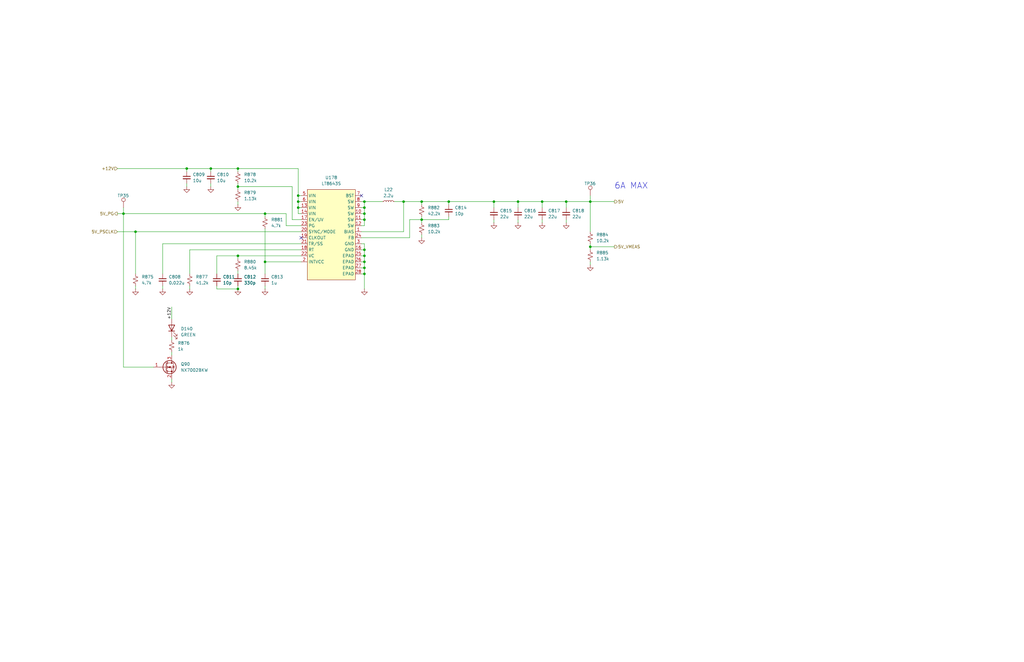
<source format=kicad_sch>
(kicad_sch (version 20250114) (generator "eeschema") (generator_version "9.0")
  (paper "B")
  (title_block (title "RHIC MADC2\\nSCHEMATIC DRAWING") (date "2023-04-21") (rev "B") (comment 1 "94029006"))
  (lib_symbols
    (symbol "Connector:TestPoint" (pin_numbers (hide yes)) (pin_names (offset 0.762) (hide yes))
      (property "Reference" "TP" (at 0 6.858 0))
      (property "Value" "TestPoint" (at 0 5.08 0))
      (symbol "TestPoint_0_1"
        (circle (center 0 3.302) (radius 0.762))
      )
      (symbol "TestPoint_1_1"
        (pin passive line (at 0 0 90) (length 2.54) (name "1") (number "1"))
      )
    )
    (symbol "Device:C_Small" (pin_numbers (hide yes)) (pin_names (offset 0.254) (hide yes))
      (property "Reference" "C" (at 0.254 1.778 0))
      (property "Value" "C_Small" (at 0.254 -2.032 0))
      (symbol "C_Small_0_1"
        (polyline (pts (xy -1.524 0.508) (xy 1.524 0.508)) (stroke (width 0.3048)))
        (polyline (pts (xy -1.524 -0.508) (xy 1.524 -0.508)) (stroke (width 0.3302)))
      )
      (symbol "C_Small_1_1"
        (pin passive line (at 0 2.54 270) (length 2.032) (name "~") (number "1"))
        (pin passive line (at 0 -2.54 90) (length 2.032) (name "~") (number "2"))
      )
    )
    (symbol "Device:LED" (pin_numbers (hide yes)) (pin_names (offset 1.016) (hide yes))
      (property "Reference" "D" (at 0 2.54 0))
      (property "Value" "LED" (at 0 -2.54 0))
      (symbol "LED_0_1"
        (polyline (pts (xy -3.048 -0.762) (xy -4.572 -2.286) (xy -3.81 -2.286) (xy -4.572 -2.286) (xy -4.572 -1.524)))
        (polyline (pts (xy -1.778 -0.762) (xy -3.302 -2.286) (xy -2.54 -2.286) (xy -3.302 -2.286) (xy -3.302 -1.524)))
        (polyline (pts (xy -1.27 0) (xy 1.27 0)))
        (polyline (pts (xy -1.27 -1.27) (xy -1.27 1.27)) (stroke (width 0.254)))
        (polyline (pts (xy 1.27 -1.27) (xy 1.27 1.27) (xy -1.27 0) (xy 1.27 -1.27)) (stroke (width 0.254)))
      )
      (symbol "LED_1_1"
        (pin passive line (at -3.81 0 0) (length 2.54) (name "K") (number "1"))
        (pin passive line (at 3.81 0 180) (length 2.54) (name "A") (number "2"))
      )
    )
    (symbol "Device:L_Small" (pin_numbers (hide yes)) (pin_names (offset 0.254) (hide yes))
      (property "Reference" "L" (at 0.762 1.016 0))
      (property "Value" "L_Small" (at 0.762 -1.016 0))
      (symbol "L_Small_0_1"
        (arc (start 0 2.032) (mid 0.5058 1.524) (end 0 1.016))
        (arc (start 0 1.016) (mid 0.5058 0.508) (end 0 0))
        (arc (start 0 0) (mid 0.5058 -0.508) (end 0 -1.016))
        (arc (start 0 -1.016) (mid 0.5058 -1.524) (end 0 -2.032))
      )
      (symbol "L_Small_1_1"
        (pin passive line (at 0 2.54 270) (length 0.508) (name "~") (number "1"))
        (pin passive line (at 0 -2.54 90) (length 0.508) (name "~") (number "2"))
      )
    )
    (symbol "Device:Q_NMOS_GSD" (pin_names (offset 0) (hide yes))
      (property "Reference" "Q" (at 5.08 1.27 0))
      (property "Value" "Q_NMOS_GSD" (at 5.08 -1.27 0))
      (symbol "Q_NMOS_GSD_0_1"
        (polyline (pts (xy 0.254 1.905) (xy 0.254 -1.905)) (stroke (width 0.254)))
        (polyline (pts (xy 0.254 0) (xy -2.54 0)))
        (polyline (pts (xy 0.762 2.286) (xy 0.762 1.27)) (stroke (width 0.254)))
        (polyline (pts (xy 0.762 0.508) (xy 0.762 -0.508)) (stroke (width 0.254)))
        (polyline (pts (xy 0.762 -1.27) (xy 0.762 -2.286)) (stroke (width 0.254)))
        (polyline (pts (xy 0.762 -1.778) (xy 3.302 -1.778) (xy 3.302 1.778) (xy 0.762 1.778)))
        (polyline (pts (xy 1.016 0) (xy 2.032 0.381) (xy 2.032 -0.381) (xy 1.016 0)) (fill (type outline)))
        (circle (center 1.651 0) (radius 2.794) (stroke (width 0.254)))
        (polyline (pts (xy 2.54 2.54) (xy 2.54 1.778)))
        (circle (center 2.54 1.778) (radius 0.254) (fill (type outline)))
        (circle (center 2.54 -1.778) (radius 0.254) (fill (type outline)))
        (polyline (pts (xy 2.54 -2.54) (xy 2.54 0) (xy 0.762 0)))
        (polyline (pts (xy 2.794 0.508) (xy 2.921 0.381) (xy 3.683 0.381) (xy 3.81 0.254)))
        (polyline (pts (xy 3.302 0.381) (xy 2.921 -0.254) (xy 3.683 -0.254) (xy 3.302 0.381)))
      )
      (symbol "Q_NMOS_GSD_1_1"
        (pin input line (at -5.08 0 0) (length 2.54) (name "G") (number "1"))
        (pin passive line (at 2.54 5.08 270) (length 2.54) (name "D") (number "3"))
        (pin passive line (at 2.54 -5.08 90) (length 2.54) (name "S") (number "2"))
      )
    )
    (symbol "Device:R_Small_US" (pin_numbers (hide yes)) (pin_names (offset 0.254) (hide yes))
      (property "Reference" "R" (at 0.762 0.508 0))
      (property "Value" "R_Small_US" (at 0.762 -1.016 0))
      (symbol "R_Small_US_1_1"
        (polyline (pts (xy 0 1.524) (xy 1.016 1.143) (xy 0 0.762) (xy -1.016 0.381) (xy 0 0)))
        (polyline (pts (xy 0 0) (xy 1.016 -0.381) (xy 0 -0.762) (xy -1.016 -1.143) (xy 0 -1.524)))
        (pin passive line (at 0 2.54 270) (length 1.016) (name "~") (number "1"))
        (pin passive line (at 0 -2.54 90) (length 1.016) (name "~") (number "2"))
      )
    )
    (symbol "custom:LT8643S"
      (property "Reference" "U" (at 0 1.27 0))
      (property "Value" "LT8643S" (at 0 1.27 0))
      (symbol "LT8643S_0_1"
        (rectangle (start -10.16 0) (end 10.16 -38.1) (fill (type background)))
      )
      (symbol "LT8643S_1_1"
        (pin power_in line (at -12.7 -2.54 0) (length 2.54) (name "VIN") (number "5"))
        (pin power_in line (at -12.7 -5.08 0) (length 2.54) (name "VIN") (number "6"))
        (pin power_in line (at -12.7 -7.62 0) (length 2.54) (name "VIN") (number "13"))
        (pin power_in line (at -12.7 -10.16 0) (length 2.54) (name "VIN") (number "14"))
        (pin input line (at -12.7 -12.7 0) (length 2.54) (name "EN/UV") (number "17"))
        (pin open_collector line (at -12.7 -15.24 0) (length 2.54) (name "PG") (number "23"))
        (pin input line (at -12.7 -17.78 0) (length 2.54) (name "SYNC/MODE") (number "20"))
        (pin output line (at -12.7 -20.32 0) (length 2.54) (name "CLKOUT") (number "19"))
        (pin input line (at -12.7 -22.86 0) (length 2.54) (name "TR/SS") (number "21"))
        (pin input line (at -12.7 -25.4 0) (length 2.54) (name "RT") (number "18"))
        (pin input line (at -12.7 -27.94 0) (length 2.54) (name "VC") (number "22"))
        (pin power_out line (at -12.7 -30.48 0) (length 2.54) (name "INTVCC") (number "2"))
        (pin no_connect line (at -12.7 -33.02 0) (length 2.54) (hide yes) (name "NC") (number "4"))
        (pin no_connect line (at -12.7 -35.56 0) (length 2.54) (hide yes) (name "NC") (number "15"))
        (pin input line (at 12.7 -2.54 180) (length 2.54) (name "BST") (number "7"))
        (pin output line (at 12.7 -5.08 180) (length 2.54) (name "SW") (number "8"))
        (pin output line (at 12.7 -7.62 180) (length 2.54) (name "SW") (number "9"))
        (pin output line (at 12.7 -10.16 180) (length 2.54) (name "SW") (number "10"))
        (pin output line (at 12.7 -12.7 180) (length 2.54) (name "SW") (number "11"))
        (pin output line (at 12.7 -15.24 180) (length 2.54) (name "SW") (number "12"))
        (pin power_in line (at 12.7 -17.78 180) (length 2.54) (name "BIAS") (number "1"))
        (pin input line (at 12.7 -20.32 180) (length 2.54) (name "FB") (number "24"))
        (pin power_in line (at 12.7 -22.86 180) (length 2.54) (name "GND") (number "3"))
        (pin power_in line (at 12.7 -25.4 180) (length 2.54) (name "GND") (number "16"))
        (pin power_in line (at 12.7 -27.94 180) (length 2.54) (name "EPAD") (number "25"))
        (pin power_in line (at 12.7 -30.48 180) (length 2.54) (name "EPAD") (number "26"))
        (pin power_in line (at 12.7 -33.02 180) (length 2.54) (name "EPAD") (number "27"))
        (pin power_in line (at 12.7 -35.56 180) (length 2.54) (name "EPAD") (number "28"))
      )
    )
    (symbol "power:GND" (power) (pin_numbers (hide yes)) (pin_names (offset 0) (hide yes))
      (property "Value" "GND" (at 0 -3.81 0))
      (symbol "GND_0_1"
        (polyline (pts (xy 0 0) (xy 0 -1.27) (xy 1.27 -1.27) (xy 0 -2.54) (xy -1.27 -1.27) (xy 0 -1.27)))
      )
      (symbol "GND_1_1"
        (pin power_in line (at 0 0 270) (length 0) (name "~") (number "1"))
      )
    )
  )
  (text "6A MAX" (at 259.08 80.01 0) (effects (font (size 2.54 2.54)) (justify left bottom)))
  (junction (at 208.28 85.09))
  (junction (at 78.74 71.12))
  (junction (at 228.6 85.09))
  (junction (at 125.73 85.09))
  (junction (at 111.76 110.49))
  (junction (at 111.76 90.17))
  (junction (at 100.33 78.74))
  (junction (at 248.92 104.14))
  (junction (at 57.15 97.79))
  (junction (at 218.44 85.09))
  (junction (at 177.8 92.71))
  (junction (at 153.67 115.57))
  (junction (at 153.67 113.03))
  (junction (at 100.33 121.92))
  (junction (at 153.67 85.09))
  (junction (at 100.33 71.12))
  (junction (at 52.07 90.17))
  (junction (at 177.8 85.09))
  (junction (at 125.73 82.55))
  (junction (at 153.67 90.17))
  (junction (at 248.92 85.09))
  (junction (at 100.33 107.95))
  (junction (at 153.67 110.49))
  (junction (at 170.18 85.09))
  (junction (at 88.9 71.12))
  (junction (at 153.67 107.95))
  (junction (at 125.73 87.63))
  (junction (at 153.67 105.41))
  (junction (at 153.67 87.63))
  (junction (at 189.23 85.09))
  (junction (at 153.67 92.71))
  (junction (at 238.76 85.09))
  (no_connect (at 152.4 82.55))
  (no_connect (at 127 100.33))
  (wire (pts (xy 248.92 82.55) (xy 248.92 85.09)))
  (wire (pts (xy 125.73 87.63) (xy 127 87.63)))
  (wire (pts (xy 238.76 85.09) (xy 238.76 87.63)))
  (wire (pts (xy 218.44 85.09) (xy 228.6 85.09)))
  (wire (pts (xy 208.28 85.09) (xy 218.44 85.09)))
  (wire (pts (xy 153.67 85.09) (xy 153.67 87.63)))
  (wire (pts (xy 88.9 77.47) (xy 88.9 78.74)))
  (wire (pts (xy 78.74 71.12) (xy 78.74 72.39)))
  (wire (pts (xy 248.92 110.49) (xy 248.92 111.76)))
  (wire (pts (xy 238.76 92.71) (xy 238.76 93.98)))
  (wire (pts (xy 228.6 85.09) (xy 228.6 87.63)))
  (wire (pts (xy 152.4 115.57) (xy 153.67 115.57)))
  (wire (pts (xy 189.23 85.09) (xy 189.23 86.36)))
  (wire (pts (xy 57.15 120.65) (xy 57.15 121.92)))
  (wire (pts (xy 100.33 115.57) (xy 100.33 114.3)))
  (wire (pts (xy 100.33 77.47) (xy 100.33 78.74)))
  (wire (pts (xy 172.72 92.71) (xy 177.8 92.71)))
  (wire (pts (xy 100.33 71.12) (xy 88.9 71.12)))
  (wire (pts (xy 127 90.17) (xy 125.73 90.17)))
  (wire (pts (xy 123.19 92.71) (xy 127 92.71)))
  (wire (pts (xy 80.01 120.65) (xy 80.01 121.92)))
  (wire (pts (xy 52.07 90.17) (xy 49.53 90.17)))
  (wire (pts (xy 189.23 85.09) (xy 208.28 85.09)))
  (wire (pts (xy 125.73 85.09) (xy 125.73 82.55)))
  (wire (pts (xy 153.67 95.25) (xy 152.4 95.25)))
  (wire (pts (xy 111.76 120.65) (xy 111.76 121.92)))
  (wire (pts (xy 228.6 92.71) (xy 228.6 93.98)))
  (wire (pts (xy 72.39 129.54) (xy 72.39 134.62)))
  (wire (pts (xy 49.53 71.12) (xy 78.74 71.12)))
  (wire (pts (xy 248.92 85.09) (xy 248.92 97.79)))
  (wire (pts (xy 218.44 85.09) (xy 218.44 87.63)))
  (wire (pts (xy 111.76 96.52) (xy 111.76 110.49)))
  (wire (pts (xy 177.8 85.09) (xy 177.8 86.36)))
  (wire (pts (xy 52.07 90.17) (xy 111.76 90.17)))
  (wire (pts (xy 177.8 91.44) (xy 177.8 92.71)))
  (wire (pts (xy 125.73 82.55) (xy 125.73 71.12)))
  (wire (pts (xy 153.67 102.87) (xy 153.67 105.41)))
  (wire (pts (xy 125.73 87.63) (xy 125.73 85.09)))
  (wire (pts (xy 91.44 121.92) (xy 100.33 121.92)))
  (wire (pts (xy 127 102.87) (xy 68.58 102.87)))
  (wire (pts (xy 177.8 99.06) (xy 177.8 100.33)))
  (wire (pts (xy 177.8 92.71) (xy 177.8 93.98)))
  (wire (pts (xy 153.67 92.71) (xy 152.4 92.71)))
  (wire (pts (xy 100.33 85.09) (xy 100.33 86.36)))
  (wire (pts (xy 100.33 72.39) (xy 100.33 71.12)))
  (wire (pts (xy 78.74 77.47) (xy 78.74 78.74)))
  (wire (pts (xy 125.73 85.09) (xy 127 85.09)))
  (wire (pts (xy 52.07 87.63) (xy 52.07 90.17)))
  (wire (pts (xy 78.74 71.12) (xy 88.9 71.12)))
  (wire (pts (xy 218.44 92.71) (xy 218.44 93.98)))
  (wire (pts (xy 152.4 100.33) (xy 172.72 100.33)))
  (wire (pts (xy 72.39 148.59) (xy 72.39 149.86)))
  (wire (pts (xy 127 95.25) (xy 120.65 95.25)))
  (wire (pts (xy 68.58 120.65) (xy 68.58 121.92)))
  (wire (pts (xy 153.67 92.71) (xy 153.67 95.25)))
  (wire (pts (xy 208.28 92.71) (xy 208.28 93.98)))
  (wire (pts (xy 125.73 82.55) (xy 127 82.55)))
  (wire (pts (xy 88.9 71.12) (xy 88.9 72.39)))
  (wire (pts (xy 57.15 97.79) (xy 57.15 115.57)))
  (wire (pts (xy 91.44 115.57) (xy 91.44 107.95)))
  (wire (pts (xy 152.4 102.87) (xy 153.67 102.87)))
  (wire (pts (xy 100.33 78.74) (xy 123.19 78.74)))
  (wire (pts (xy 153.67 87.63) (xy 152.4 87.63)))
  (wire (pts (xy 153.67 110.49) (xy 153.67 113.03)))
  (wire (pts (xy 153.67 105.41) (xy 153.67 107.95)))
  (wire (pts (xy 189.23 91.44) (xy 189.23 92.71)))
  (wire (pts (xy 49.53 97.79) (xy 57.15 97.79)))
  (wire (pts (xy 100.33 121.92) (xy 100.33 120.65)))
  (wire (pts (xy 72.39 160.02) (xy 72.39 161.29)))
  (wire (pts (xy 153.67 115.57) (xy 153.67 121.92)))
  (wire (pts (xy 152.4 107.95) (xy 153.67 107.95)))
  (wire (pts (xy 152.4 110.49) (xy 153.67 110.49)))
  (wire (pts (xy 177.8 92.71) (xy 189.23 92.71)))
  (wire (pts (xy 100.33 107.95) (xy 127 107.95)))
  (wire (pts (xy 72.39 142.24) (xy 72.39 143.51)))
  (wire (pts (xy 153.67 87.63) (xy 153.67 90.17)))
  (wire (pts (xy 153.67 90.17) (xy 153.67 92.71)))
  (wire (pts (xy 153.67 90.17) (xy 152.4 90.17)))
  (wire (pts (xy 68.58 102.87) (xy 68.58 115.57)))
  (wire (pts (xy 172.72 100.33) (xy 172.72 92.71)))
  (wire (pts (xy 238.76 85.09) (xy 248.92 85.09)))
  (wire (pts (xy 208.28 85.09) (xy 208.28 87.63)))
  (wire (pts (xy 152.4 113.03) (xy 153.67 113.03)))
  (wire (pts (xy 80.01 105.41) (xy 127 105.41)))
  (wire (pts (xy 100.33 78.74) (xy 100.33 80.01)))
  (wire (pts (xy 111.76 110.49) (xy 127 110.49)))
  (wire (pts (xy 111.76 110.49) (xy 111.76 115.57)))
  (wire (pts (xy 52.07 154.94) (xy 64.77 154.94)))
  (wire (pts (xy 125.73 90.17) (xy 125.73 87.63)))
  (wire (pts (xy 166.37 85.09) (xy 170.18 85.09)))
  (wire (pts (xy 91.44 107.95) (xy 100.33 107.95)))
  (wire (pts (xy 57.15 97.79) (xy 127 97.79)))
  (wire (pts (xy 52.07 90.17) (xy 52.07 154.94)))
  (wire (pts (xy 177.8 85.09) (xy 189.23 85.09)))
  (wire (pts (xy 153.67 113.03) (xy 153.67 115.57)))
  (wire (pts (xy 80.01 105.41) (xy 80.01 115.57)))
  (wire (pts (xy 111.76 90.17) (xy 111.76 91.44)))
  (wire (pts (xy 120.65 95.25) (xy 120.65 90.17)))
  (wire (pts (xy 100.33 109.22) (xy 100.33 107.95)))
  (wire (pts (xy 248.92 104.14) (xy 248.92 105.41)))
  (wire (pts (xy 248.92 104.14) (xy 259.08 104.14)))
  (wire (pts (xy 248.92 85.09) (xy 259.08 85.09)))
  (wire (pts (xy 228.6 85.09) (xy 238.76 85.09)))
  (wire (pts (xy 153.67 85.09) (xy 161.29 85.09)))
  (wire (pts (xy 152.4 105.41) (xy 153.67 105.41)))
  (wire (pts (xy 123.19 78.74) (xy 123.19 92.71)))
  (wire (pts (xy 248.92 102.87) (xy 248.92 104.14)))
  (wire (pts (xy 170.18 85.09) (xy 177.8 85.09)))
  (wire (pts (xy 120.65 90.17) (xy 111.76 90.17)))
  (wire (pts (xy 152.4 97.79) (xy 170.18 97.79)))
  (wire (pts (xy 153.67 107.95) (xy 153.67 110.49)))
  (wire (pts (xy 152.4 85.09) (xy 153.67 85.09)))
  (wire (pts (xy 170.18 85.09) (xy 170.18 97.79)))
  (wire (pts (xy 125.73 71.12) (xy 100.33 71.12)))
  (wire (pts (xy 91.44 120.65) (xy 91.44 121.92)))
  (label "+12V" (at 72.39 129.54 270))
  (hierarchical_label "5V_PSCLK" (shape input) (at 49.53 97.79 180))
  (hierarchical_label "5V_PG" (shape output) (at 49.53 90.17 180))
  (hierarchical_label "+12V" (shape input) (at 49.53 71.12 180))
  (hierarchical_label "5V_VMEAS" (shape output) (at 259.08 104.14 0))
  (hierarchical_label "5V" (shape output) (at 259.08 85.09 0))
  (symbol (lib_id "Connector:TestPoint") (at 248.92 82.55 0) (unit 1)
    (property "Reference" "TP36" (at 246.38 77.47 0) (effects (justify left)))
    (property "Value" "${SHORT_NET_NAME(1)}" (effects (hide yes)))
    (property "Footprint" "TestPoint:TestPoint_THTPad_D2.0mm_Drill1.0mm" (effects (hide yes)))
    (property "${DNP}" "${DNP}" (effects (hide yes)))
  )
  (symbol (lib_id "Device:L_Small") (at 163.83 85.09 90) (unit 1)
    (property "Reference" "L22" (at 163.83 80.01 90))
    (property "Value" "2.2u" (at 163.83 82.55 90))
    (property "Footprint" "handmade:COILCRAFT_MSS1048" (effects (hide yes)))
    (property "MFG" "Coilcraft" (effects (hide yes)))
    (property "MFG_PN" "MSS1048-222NLC" (effects (hide yes)))
    (property "${DNP}" "${DNP}" (effects (hide yes)))
  )
  (symbol (lib_id "power:GND") (at 88.9 78.74 0) (unit 1)
    (property "Reference" "#PWR0657" (effects (hide yes)))
    (property "Value" "GND" (effects (hide yes)))
    (property "Description" "Power symbol creates a global label with name \"GND\" , ground" (effects (hide yes)))
  )
  (symbol (lib_id "Device:R_Small_US") (at 100.33 82.55 0) (unit 1)
    (property "Reference" "R879" (at 102.87 81.2799 0) (effects (justify left)))
    (property "Value" "1.13k" (at 102.87 83.8199 0) (effects (justify left)))
    (property "Footprint" "Resistor_SMD:R_0603_1608Metric" (effects (hide yes)))
    (property "${DNP}" "${DNP}" (effects (hide yes)))
    (property "MFG_PN" "RMCF0603FT1K13" (effects (hide yes)))
    (property "MFG" "Stackpole Electronics Inc" (effects (hide yes)))
  )
  (symbol (lib_id "Device:R_Small_US") (at 57.15 118.11 0) (unit 1)
    (property "Reference" "R875" (at 59.69 116.8399 0) (effects (justify left)))
    (property "Value" "4.7k" (at 59.69 119.3799 0) (effects (justify left)))
    (property "Footprint" "Resistor_SMD:R_0603_1608Metric" (effects (hide yes)))
    (property "${DNP}" "${DNP}" (effects (hide yes)))
    (property "MFG" "Stackpole Electronics Inc" (effects (hide yes)))
    (property "MFG_PN" "RMCF0603FT4K70" (effects (hide yes)))
  )
  (symbol (lib_id "Device:C_Small") (at 78.74 74.93 0) (unit 1)
    (property "Reference" "C809" (at 81.28 73.66 0) (effects (justify left)))
    (property "Value" "10u" (at 81.28 76.2 0) (effects (justify left)))
    (property "Footprint" "Capacitor_SMD:C_0603_1608Metric" (effects (hide yes)))
    (property "${DNP}" "${DNP}" (effects (hide yes)))
    (property "MFG" "Samsung Electro-Mechanics" (effects (hide yes)))
    (property "MFG_PN" "CL10A106MA8NRNC" (effects (hide yes)))
  )
  (symbol (lib_id "Device:C_Small") (at 111.76 118.11 0) (unit 1)
    (property "Reference" "C813" (at 114.3 116.8462 0) (effects (justify left)))
    (property "Value" "1u" (at 114.3 119.3862 0) (effects (justify left)))
    (property "Footprint" "Capacitor_SMD:C_0603_1608Metric" (effects (hide yes)))
    (property "${DNP}" "${DNP}" (effects (hide yes)))
    (property "MFG" "Samsung Electro-Mechanics" (effects (hide yes)))
    (property "MFG_PN" "CL10B105KA8NNNC" (effects (hide yes)))
  )
  (symbol (lib_id "power:GND") (at 228.6 93.98 0) (unit 1)
    (property "Reference" "#PWR0665" (effects (hide yes)))
    (property "Value" "GND" (effects (hide yes)))
    (property "Description" "Power symbol creates a global label with name \"GND\" , ground" (effects (hide yes)))
  )
  (symbol (lib_id "Device:R_Small_US") (at 248.92 107.95 0) (unit 1)
    (property "Reference" "R885" (at 251.46 106.6799 0) (effects (justify left)))
    (property "Value" "1.13k" (at 251.46 109.2199 0) (effects (justify left)))
    (property "Footprint" "Resistor_SMD:R_0603_1608Metric" (effects (hide yes)))
    (property "${DNP}" "${DNP}" (effects (hide yes)))
    (property "MFG_PN" "RMCF0603FT1K13" (effects (hide yes)))
    (property "MFG" "Stackpole Electronics Inc" (effects (hide yes)))
  )
  (symbol (lib_id "custom:LT8643S") (at 139.7 80.01 0) (unit 1)
    (property "Reference" "U178" (at 139.7 74.93 0))
    (property "Value" "LT8643S" (at 139.7 77.47 0))
    (property "Footprint" "handmade:QFN-24-4EP_4x4mm_P0.5mm_EP1.125x1.125mm" (effects (hide yes)))
    (property "Datasheet" "https://www.analog.com/media/en/technical-documentation/data-sheets/lt8640s-8643s.pdf" (effects (hide yes)))
    (property "${DNP}" "${DNP}" (effects (hide yes)))
    (property "MFG" "Analog Devices Inc." (effects (hide yes)))
    (property "MFG_PN" "LT8643SEV#PBF" (effects (hide yes)))
  )
  (symbol (lib_id "Device:C_Small") (at 189.23 88.9 0) (unit 1)
    (property "Reference" "C814" (at 191.77 87.6362 0) (effects (justify left)))
    (property "Value" "10p" (at 191.77 90.1762 0) (effects (justify left)))
    (property "Footprint" "Capacitor_SMD:C_0603_1608Metric" (effects (hide yes)))
    (property "${DNP}" "${DNP}" (effects (hide yes)))
    (property "MFG" "Samsung Electro-Mechanics" (effects (hide yes)))
    (property "MFG_PN" "CL10C100JB8NFNC" (effects (hide yes)))
  )
  (symbol (lib_id "Device:R_Small_US") (at 72.39 146.05 0) (unit 1)
    (property "Reference" "R876" (at 74.93 144.7799 0) (effects (justify left)))
    (property "Value" "1k" (at 74.93 147.3199 0) (effects (justify left)))
    (property "Footprint" "Resistor_SMD:R_0603_1608Metric" (effects (hide yes)))
    (property "${DNP}" "${DNP}" (effects (hide yes)))
    (property "MFG" "Stackpole Electronics Inc" (effects (hide yes)))
    (property "MFG_PN" "RMCF0603FT1K00" (effects (hide yes)))
  )
  (symbol (lib_id "Device:R_Small_US") (at 111.76 93.98 0) (unit 1)
    (property "Reference" "R881" (at 114.3 92.7099 0) (effects (justify left)))
    (property "Value" "4.7k" (at 114.3 95.2499 0) (effects (justify left)))
    (property "Footprint" "Resistor_SMD:R_0603_1608Metric" (effects (hide yes)))
    (property "${DNP}" "${DNP}" (effects (hide yes)))
    (property "MFG" "Stackpole Electronics Inc" (effects (hide yes)))
    (property "MFG_PN" "RMCF0603FT4K70" (effects (hide yes)))
  )
  (symbol (lib_id "power:GND") (at 57.15 121.92 0) (unit 1)
    (property "Reference" "#PWR0652" (effects (hide yes)))
    (property "Value" "GND" (effects (hide yes)))
    (property "Description" "Power symbol creates a global label with name \"GND\" , ground" (effects (hide yes)))
  )
  (symbol (lib_id "Device:C_Small") (at 228.6 90.17 0) (unit 1)
    (property "Reference" "C817" (at 231.14 88.9062 0) (effects (justify left)))
    (property "Value" "22u" (at 231.14 91.4462 0) (effects (justify left)))
    (property "Footprint" "Capacitor_SMD:C_0805_2012Metric" (effects (hide yes)))
    (property "${DNP}" "${DNP}" (effects (hide yes)))
    (property "MFG" "Samsung Electro-Mechanics" (effects (hide yes)))
    (property "MFG_PN" "CL21A226MAYNNNE" (effects (hide yes)))
  )
  (symbol (lib_id "Device:R_Small_US") (at 100.33 74.93 0) (unit 1)
    (property "Reference" "R878" (at 102.87 73.6599 0) (effects (justify left)))
    (property "Value" "10.2k" (at 102.87 76.1999 0) (effects (justify left)))
    (property "Footprint" "Resistor_SMD:R_0603_1608Metric" (effects (hide yes)))
    (property "${DNP}" "${DNP}" (effects (hide yes)))
    (property "MFG_PN" "RMCF0603FT10K2" (effects (hide yes)))
    (property "MFG" "Stackpole Electronics Inc" (effects (hide yes)))
  )
  (symbol (lib_id "power:GND") (at 111.76 121.92 0) (unit 1)
    (property "Reference" "#PWR0660" (effects (hide yes)))
    (property "Value" "GND" (effects (hide yes)))
    (property "Description" "Power symbol creates a global label with name \"GND\" , ground" (effects (hide yes)))
  )
  (symbol (lib_id "Device:C_Small") (at 68.58 118.11 0) (unit 1)
    (property "Reference" "C808" (at 71.12 116.8462 0) (effects (justify left)))
    (property "Value" "0.022u" (at 71.12 119.3862 0) (effects (justify left)))
    (property "Footprint" "Capacitor_SMD:C_0603_1608Metric" (effects (hide yes)))
    (property "${DNP}" "${DNP}" (effects (hide yes)))
    (property "MFG" "Samsung Electro-Mechanics" (effects (hide yes)))
    (property "MFG_PN" "CL10B223KB8NNNC" (effects (hide yes)))
  )
  (symbol (lib_id "Device:Q_NMOS_GSD") (at 69.85 154.94 0) (unit 1)
    (property "Reference" "Q90" (at 76.2 153.67 0) (effects (justify left)))
    (property "Value" "NX7002BKW" (at 76.2 156.21 0) (effects (justify left)))
    (property "Footprint" "Package_TO_SOT_SMD:SOT-323_SC-70" (effects (hide yes)))
    (property "${DNP}" "${DNP}" (effects (hide yes)))
    (property "MFG" "Nexperia USA Inc." (effects (hide yes)))
    (property "MFG_PN" "NX7002BKWX" (effects (hide yes)))
  )
  (symbol (lib_id "power:GND") (at 177.8 100.33 0) (unit 1)
    (property "Reference" "#PWR0662" (effects (hide yes)))
    (property "Value" "GND" (effects (hide yes)))
    (property "Description" "Power symbol creates a global label with name \"GND\" , ground" (effects (hide yes)))
  )
  (symbol (lib_id "power:GND") (at 238.76 93.98 0) (unit 1)
    (property "Reference" "#PWR0666" (effects (hide yes)))
    (property "Value" "GND" (effects (hide yes)))
    (property "Description" "Power symbol creates a global label with name \"GND\" , ground" (effects (hide yes)))
  )
  (symbol (lib_id "power:GND") (at 218.44 93.98 0) (unit 1)
    (property "Reference" "#PWR0664" (effects (hide yes)))
    (property "Value" "GND" (effects (hide yes)))
    (property "Description" "Power symbol creates a global label with name \"GND\" , ground" (effects (hide yes)))
  )
  (symbol (lib_id "power:GND") (at 153.67 121.92 0) (unit 1)
    (property "Reference" "#PWR0661" (effects (hide yes)))
    (property "Value" "GND" (effects (hide yes)))
    (property "Description" "Power symbol creates a global label with name \"GND\" , ground" (effects (hide yes)))
  )
  (symbol (lib_id "Device:C_Small") (at 218.44 90.17 0) (unit 1)
    (property "Reference" "C816" (at 220.98 88.9062 0) (effects (justify left)))
    (property "Value" "22u" (at 220.98 91.4462 0) (effects (justify left)))
    (property "Footprint" "Capacitor_SMD:C_0805_2012Metric" (effects (hide yes)))
    (property "${DNP}" "${DNP}" (effects (hide yes)))
    (property "MFG" "Samsung Electro-Mechanics" (effects (hide yes)))
    (property "MFG_PN" "CL21A226MAYNNNE" (effects (hide yes)))
  )
  (symbol (lib_id "Device:R_Small_US") (at 177.8 96.52 0) (unit 1)
    (property "Reference" "R883" (at 180.34 95.2499 0) (effects (justify left)))
    (property "Value" "10.2k" (at 180.34 97.7899 0) (effects (justify left)))
    (property "Footprint" "Resistor_SMD:R_0603_1608Metric" (effects (hide yes)))
    (property "${DNP}" "${DNP}" (effects (hide yes)))
    (property "MFG_PN" "RMCF0603FT10K2" (effects (hide yes)))
    (property "MFG" "Stackpole Electronics Inc" (effects (hide yes)))
  )
  (symbol (lib_id "Device:C_Small") (at 88.9 74.93 0) (unit 1)
    (property "Reference" "C810" (at 91.44 73.66 0) (effects (justify left)))
    (property "Value" "10u" (at 91.44 76.2 0) (effects (justify left)))
    (property "Footprint" "Capacitor_SMD:C_0603_1608Metric" (effects (hide yes)))
    (property "${DNP}" "${DNP}" (effects (hide yes)))
    (property "MFG" "Samsung Electro-Mechanics" (effects (hide yes)))
    (property "MFG_PN" "CL10A106MA8NRNC" (effects (hide yes)))
  )
  (symbol (lib_id "Device:C_Small") (at 91.44 118.11 0) (unit 1)
    (property "Reference" "C811" (at 93.98 116.8462 0) (effects (justify left)))
    (property "Value" "10p" (at 93.98 119.3862 0) (effects (justify left)))
    (property "Footprint" "Capacitor_SMD:C_0603_1608Metric" (effects (hide yes)))
    (property "${DNP}" "${DNP}" (effects (hide yes)))
    (property "MFG" "Samsung Electro-Mechanics" (effects (hide yes)))
    (property "MFG_PN" "CL10C100JB8NFNC" (effects (hide yes)))
  )
  (symbol (lib_id "Device:R_Small_US") (at 100.33 111.76 0) (unit 1)
    (property "Reference" "R880" (at 102.87 110.4899 0) (effects (justify left)))
    (property "Value" "8.45k" (at 102.87 113.0299 0) (effects (justify left)))
    (property "Footprint" "Resistor_SMD:R_0603_1608Metric" (effects (hide yes)))
    (property "${DNP}" "${DNP}" (effects (hide yes)))
    (property "MFG_PN" "RMCF0603FT8K45" (effects (hide yes)))
    (property "MFG" "Stackpole Electronics Inc" (effects (hide yes)))
  )
  (symbol (lib_id "Device:LED") (at 72.39 138.43 90) (unit 1)
    (property "Reference" "D140" (at 76.2 138.7475 90) (effects (justify right)))
    (property "Value" "GREEN" (at 76.2 141.2875 90) (effects (justify right)))
    (property "Footprint" "LED_SMD:LED_0603_1608Metric" (effects (hide yes)))
    (property "MFG" "Lite-On Inc." (effects (hide yes)))
    (property "MFG_PN" "LTST-C191KGKT" (effects (hide yes)))
  )
  (symbol (lib_id "Connector:TestPoint") (at 52.07 87.63 0) (unit 1)
    (property "Reference" "TP35" (at 49.53 82.55 0) (effects (justify left)))
    (property "Value" "${SHORT_NET_NAME(1)}" (effects (hide yes)))
    (property "Footprint" "TestPoint:TestPoint_THTPad_D2.0mm_Drill1.0mm" (effects (hide yes)))
    (property "${DNP}" "${DNP}" (effects (hide yes)))
  )
  (symbol (lib_id "Device:R_Small_US") (at 80.01 118.11 0) (unit 1)
    (property "Reference" "R877" (at 82.55 116.8399 0) (effects (justify left)))
    (property "Value" "41.2k" (at 82.55 119.3799 0) (effects (justify left)))
    (property "Footprint" "Resistor_SMD:R_0603_1608Metric" (effects (hide yes)))
    (property "${DNP}" "${DNP}" (effects (hide yes)))
    (property "MFG_PN" "RMCF0603FT41K2" (effects (hide yes)))
    (property "MFG" "Stackpole Electronics Inc" (effects (hide yes)))
  )
  (symbol (lib_id "Device:C_Small") (at 208.28 90.17 0) (unit 1)
    (property "Reference" "C815" (at 210.82 88.9062 0) (effects (justify left)))
    (property "Value" "22u" (at 210.82 91.4462 0) (effects (justify left)))
    (property "Footprint" "Capacitor_SMD:C_0805_2012Metric" (effects (hide yes)))
    (property "${DNP}" "${DNP}" (effects (hide yes)))
    (property "MFG" "Samsung Electro-Mechanics" (effects (hide yes)))
    (property "MFG_PN" "CL21A226MAYNNNE" (effects (hide yes)))
  )
  (symbol (lib_id "power:GND") (at 80.01 121.92 0) (unit 1)
    (property "Reference" "#PWR0656" (effects (hide yes)))
    (property "Value" "GND" (effects (hide yes)))
    (property "Description" "Power symbol creates a global label with name \"GND\" , ground" (effects (hide yes)))
  )
  (symbol (lib_id "power:GND") (at 100.33 86.36 0) (unit 1)
    (property "Reference" "#PWR0658" (effects (hide yes)))
    (property "Value" "GND" (effects (hide yes)))
    (property "Description" "Power symbol creates a global label with name \"GND\" , ground" (effects (hide yes)))
  )
  (symbol (lib_id "power:GND") (at 248.92 111.76 0) (unit 1)
    (property "Reference" "#PWR0667" (effects (hide yes)))
    (property "Value" "GND" (effects (hide yes)))
    (property "Description" "Power symbol creates a global label with name \"GND\" , ground" (effects (hide yes)))
  )
  (symbol (lib_id "Device:R_Small_US") (at 177.8 88.9 0) (unit 1)
    (property "Reference" "R882" (at 180.34 87.6299 0) (effects (justify left)))
    (property "Value" "42.2k" (at 180.34 90.1699 0) (effects (justify left)))
    (property "Footprint" "Resistor_SMD:R_0603_1608Metric" (effects (hide yes)))
    (property "${DNP}" "${DNP}" (effects (hide yes)))
    (property "MFG_PN" "RMCF0603FT42K2" (effects (hide yes)))
    (property "MFG" "Stackpole Electronics Inc" (effects (hide yes)))
  )
  (symbol (lib_id "power:GND") (at 208.28 93.98 0) (unit 1)
    (property "Reference" "#PWR0663" (effects (hide yes)))
    (property "Value" "GND" (effects (hide yes)))
    (property "Description" "Power symbol creates a global label with name \"GND\" , ground" (effects (hide yes)))
  )
  (symbol (lib_id "Device:C_Small") (at 100.33 118.11 0) (unit 1)
    (property "Reference" "C812" (at 102.87 116.8462 0) (effects (justify left)))
    (property "Value" "330p" (at 102.87 119.3862 0) (effects (justify left)))
    (property "Footprint" "Capacitor_SMD:C_0603_1608Metric" (effects (hide yes)))
    (property "${DNP}" "${DNP}" (effects (hide yes)))
    (property "MFG" "Samsung Electro-Mechanics" (effects (hide yes)))
    (property "MFG_PN" "CL10B331KB8NNNC" (effects (hide yes)))
  )
  (symbol (lib_id "power:GND") (at 100.33 121.92 0) (unit 1)
    (property "Reference" "#PWR0659" (effects (hide yes)))
    (property "Value" "GND" (effects (hide yes)))
    (property "Description" "Power symbol creates a global label with name \"GND\" , ground" (effects (hide yes)))
  )
  (symbol (lib_id "Device:C_Small") (at 238.76 90.17 0) (unit 1)
    (property "Reference" "C818" (at 241.3 88.9062 0) (effects (justify left)))
    (property "Value" "22u" (at 241.3 91.4462 0) (effects (justify left)))
    (property "Footprint" "Capacitor_SMD:C_0805_2012Metric" (effects (hide yes)))
    (property "${DNP}" "${DNP}" (effects (hide yes)))
    (property "MFG" "Samsung Electro-Mechanics" (effects (hide yes)))
    (property "MFG_PN" "CL21A226MAYNNNE" (effects (hide yes)))
  )
  (symbol (lib_id "power:GND") (at 72.39 161.29 0) (unit 1)
    (property "Reference" "#PWR0654" (effects (hide yes)))
    (property "Value" "GND" (effects (hide yes)))
    (property "Description" "Power symbol creates a global label with name \"GND\" , ground" (effects (hide yes)))
    (instances (project "madc2" (path "" (reference "#PWR0654") (unit 1))) (project "cp_sfp" (path "" (reference "#PWR?") (unit 1))))
  )
  (symbol (lib_id "Device:R_Small_US") (at 248.92 100.33 0) (unit 1)
    (property "Reference" "R884" (at 251.46 99.0599 0) (effects (justify left)))
    (property "Value" "10.2k" (at 251.46 101.5999 0) (effects (justify left)))
    (property "Footprint" "Resistor_SMD:R_0603_1608Metric" (effects (hide yes)))
    (property "${DNP}" "${DNP}" (effects (hide yes)))
    (property "MFG_PN" "RMCF0603FT10K2" (effects (hide yes)))
    (property "MFG" "Stackpole Electronics Inc" (effects (hide yes)))
  )
  (symbol (lib_id "power:GND") (at 78.74 78.74 0) (unit 1)
    (property "Reference" "#PWR0655" (effects (hide yes)))
    (property "Value" "GND" (effects (hide yes)))
    (property "Description" "Power symbol creates a global label with name \"GND\" , ground" (effects (hide yes)))
  )
  (symbol (lib_id "power:GND") (at 68.58 121.92 0) (unit 1)
    (property "Reference" "#PWR0653" (effects (hide yes)))
    (property "Value" "GND" (effects (hide yes)))
    (property "Description" "Power symbol creates a global label with name \"GND\" , ground" (effects (hide yes)))
  )
)
</source>
